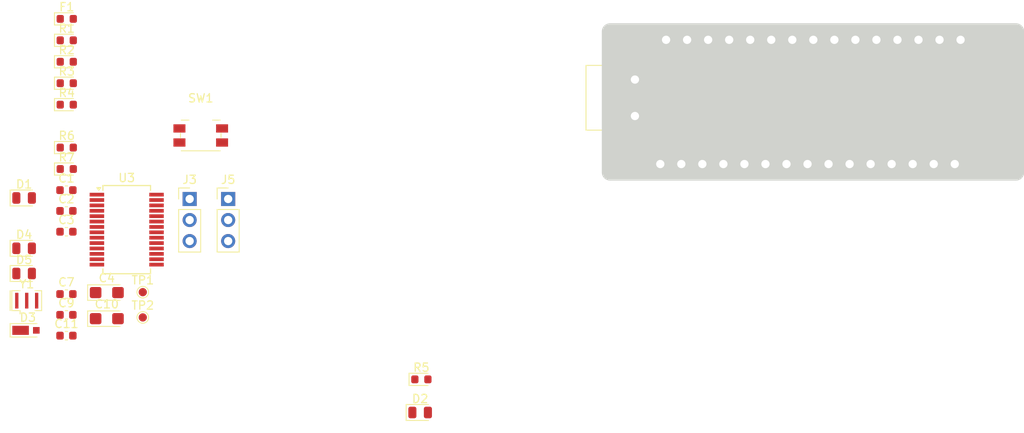
<source format=kicad_pcb>
(kicad_pcb (version 20240108) (generator "pcbnew") (generator_version "8.0")
  (layers (0 "F.Cu" signal) (1 "In1.Cu" signal) (2 "In2.Cu" signal) (31 "B.Cu" signal) (34 "B.Paste" user) (35 "F.Paste" user) (36 "B.SilkS" user "B.Silkscreen") (37 "F.SilkS" user "F.Silkscreen") (38 "B.Mask" user) (39 "F.Mask" user) (44 "Edge.Cuts" user))
  (net 0 "")
  (net 1 "+5V")
  (net 2 "GND")
  (net 3 "/AREF")
  (net 4 "VCC")
  (net 5 "+3V3")
  (net 6 "Net-(U3-RTS)")
  (net 7 "/RESET")
  (net 8 "VBUS")
  (net 9 "Net-(D1-A)")
  (net 10 "Net-(D2-A)")
  (net 11 "Net-(D4-K)")
  (net 12 "Net-(D5-K)")
  (net 13 "Net-(J1-VBUS)")
  (net 15 "/D_N")
  (net 16 "/D_P")
  (net 17 "/D13{slash}SCK")
  (net 18 "/A3")
  (net 19 "/A5")
  (net 20 "/A0")
  (net 21 "/A7")
  (net 22 "/A1")
  (net 23 "/A2")
  (net 24 "/A4")
  (net 25 "/A6")
  (net 26 "/D11{slash}MOSI")
  (net 27 "/D4")
  (net 28 "/D3")
  (net 29 "/D9")
  (net 30 "/D5")
  (net 31 "/D7")
  (net 32 "/D10")
  (net 33 "/D12{slash}MIS0")
  (net 34 "/D0{slash}RX")
  (net 35 "/D8")
  (net 36 "/D1{slash}TX")
  (net 37 "/D2")
  (net 38 "/D6")
  (net 39 "/RX")
  (net 40 "/TX")
  (net 41 "Net-(U3-CBUS0)")
  (net 42 "Net-(U3-CBUS1)")
  (net 44 "Net-(U1-GND-Pad21)")
  (net 45 "/XTAL1")
  (net 46 "/XTAL2")
  (footprint "Capacitor_SMD:C_0603_1608Metric" (layer "F.Cu") (at 85.3525 80.15)
    (property "Reference" "C1" (at 0 -1.43 0) (layer "F.SilkS"))
    (property "Value" "1u")
    (fp_line (start -0.14058 -0.51) (end 0.14058 -0.51) (stroke (width 0.12)) (layer "F.SilkS"))
    (fp_line (start -0.14058 0.51) (end 0.14058 0.51) (stroke (width 0.12)) (layer "F.SilkS"))
    (pad "1" smd roundrect (at -0.775 0) (size 0.9 0.95) (layers "F.Cu" "F.Paste" "F.Mask") (net 1 "+5V"))
    (pad "2" smd roundrect (at 0.775 0) (size 0.9 0.95) (layers "F.Cu" "F.Paste" "F.Mask") (net 2 "GND"))
  )
  (footprint "Diode_SMD:D_0603_1608Metric" (layer "F.Cu") (at 85.3925 59.47)
    (property "Reference" "F1" (at 0 -1.43 0) (layer "F.SilkS"))
    (property "Value" "0603")
    (fp_line (start -1.485 -0.735) (end -1.485 0.735) (stroke (width 0.12)) (layer "F.SilkS"))
    (fp_line (start -1.485 0.735) (end 0.8 0.735) (stroke (width 0.12)) (layer "F.SilkS"))
    (fp_line (start 0.8 -0.735) (end -1.485 -0.735) (stroke (width 0.12)) (layer "F.SilkS"))
    (pad "1" smd roundrect (at -0.7875 0) (size 0.875 0.95) (layers "F.Cu" "F.Paste" "F.Mask") (net 8 "VBUS"))
    (pad "2" smd roundrect (at 0.7875 0) (size 0.875 0.95) (layers "F.Cu" "F.Paste" "F.Mask") (net 13 "Net-(J1-VBUS)"))
  )
  (footprint "Connector_PinHeader_2.54mm:PinHeader_1x03_P2.54mm_Vertical" (layer "F.Cu") (at 104.8825 81.22)
    (property "Reference" "J5" (at 0 -2.33 0) (layer "F.SilkS"))
    (property "Value" "~")
    (fp_line (start -1.33 -1.33) (end 0 -1.33) (stroke (width 0.12)) (layer "F.SilkS"))
    (fp_line (start -1.33 0) (end -1.33 -1.33) (stroke (width 0.12)) (layer "F.SilkS"))
    (fp_line (start -1.33 1.27) (end -1.33 6.41) (stroke (width 0.12)) (layer "F.SilkS"))
    (fp_line (start -1.33 1.27) (end 1.33 1.27) (stroke (width 0.12)) (layer "F.SilkS"))
    (fp_line (start -1.33 6.41) (end 1.33 6.41) (stroke (width 0.12)) (layer "F.SilkS"))
    (fp_line (start 1.33 1.27) (end 1.33 6.41) (stroke (width 0.12)) (layer "F.SilkS"))
    (pad "1" thru_hole rect (at 0 0) (size 1.7 1.7) (drill 1) (layers "*.Cu" "*.Mask") (net 33 "/D12{slash}MIS0"))
    (pad "2" thru_hole oval (at 0 2.54) (size 1.7 1.7) (drill 1) (layers "*.Cu" "*.Mask") (net 17 "/D13{slash}SCK"))
    (pad "3" thru_hole oval (at 0 5.08) (size 1.7 1.7) (drill 1) (layers "*.Cu" "*.Mask") (net 7 "/RESET"))
  )
  (footprint "Connector_PinHeader_2.54mm:PinHeader_1x03_P2.54mm_Vertical" (layer "F.Cu") (at 100.2325 81.22)
    (property "Reference" "J3" (at 0 -2.33 0) (layer "F.SilkS"))
    (property "Value" "ICSP")
    (fp_line (start -1.33 -1.33) (end 0 -1.33) (stroke (width 0.12)) (layer "F.SilkS"))
    (fp_line (start -1.33 0) (end -1.33 -1.33) (stroke (width 0.12)) (layer "F.SilkS"))
    (fp_line (start -1.33 1.27) (end -1.33 6.41) (stroke (width 0.12)) (layer "F.SilkS"))
    (fp_line (start -1.33 1.27) (end 1.33 1.27) (stroke (width 0.12)) (layer "F.SilkS"))
    (fp_line (start -1.33 6.41) (end 1.33 6.41) (stroke (width 0.12)) (layer "F.SilkS"))
    (fp_line (start 1.33 1.27) (end 1.33 6.41) (stroke (width 0.12)) (layer "F.SilkS"))
    (pad "1" thru_hole rect (at 0 0) (size 1.7 1.7) (drill 1) (layers "*.Cu" "*.Mask") (net 1 "+5V"))
    (pad "2" thru_hole oval (at 0 2.54) (size 1.7 1.7) (drill 1) (layers "*.Cu" "*.Mask") (net 26 "/D11{slash}MOSI"))
    (pad "3" thru_hole oval (at 0 5.08) (size 1.7 1.7) (drill 1) (layers "*.Cu" "*.Mask") (net 2 "GND"))
  )
  (footprint "Button_Switch_SMD:Panasonic_EVQPUK_EVQPUB" (layer "F.Cu") (at 101.5725 73.55)
    (property "Reference" "SW1" (at 0 -4.5 0) (layer "F.SilkS"))
    (property "Value" "~")
    (fp_line (start -2.45 0.275) (end -2.45 -0.275) (stroke (width 0.12)) (layer "F.SilkS"))
    (fp_line (start -1.425 -1.85) (end -2.35 -1.85) (stroke (width 0.12)) (layer "F.SilkS"))
    (fp_line (start 2.35 -1.85) (end 1.425 -1.85) (stroke (width 0.12)) (layer "F.SilkS"))
    (fp_line (start 2.35 1.85) (end -2.35 1.85) (stroke (width 0.12)) (layer "F.SilkS"))
    (fp_line (start 2.45 0.275) (end 2.45 -0.275) (stroke (width 0.12)) (layer "F.SilkS"))
    (pad "1" smd rect (at -2.575 -0.85 180) (size 1.45 1) (layers "F.Cu" "F.Paste" "F.Mask") (net 7 "/RESET"))
    (pad "1" smd rect (at 2.575 -0.85 180) (size 1.45 1) (layers "F.Cu" "F.Paste" "F.Mask") (net 7 "/RESET"))
    (pad "2" smd rect (at -2.575 0.85 180) (size 1.45 1) (layers "F.Cu" "F.Paste" "F.Mask") (net 2 "GND"))
    (pad "2" smd rect (at 2.575 0.85 180) (size 1.45 1) (layers "F.Cu" "F.Paste" "F.Mask") (net 2 "GND"))
  )
  (footprint "TestPoint:TestPoint_Pad_D1.0mm" (layer "F.Cu") (at 94.5725 95.52)
    (property "Reference" "TP2" (at 0 -1.448 0) (layer "F.SilkS"))
    (property "Value" "~")
    (fp_circle (center 0 0) (end 0 0.7) (stroke (width 0.12)) (fill none) (layer "F.SilkS"))
    (pad "1" smd circle (at 0 0) (size 1 1) (layers "F.Cu" "F.Mask"))
  )
  (footprint "Capacitor_SMD:C_0603_1608Metric" (layer "F.Cu") (at 85.3525 95.21)
    (property "Reference" "C9" (at 0 -1.43 0) (layer "F.SilkS"))
    (property "Value" "100n")
    (fp_line (start -0.14058 -0.51) (end 0.14058 -0.51) (stroke (width 0.12)) (layer "F.SilkS"))
    (fp_line (start -0.14058 0.51) (end 0.14058 0.51) (stroke (width 0.12)) (layer "F.SilkS"))
    (pad "1" smd roundrect (at -0.775 0) (size 0.9 0.95) (layers "F.Cu" "F.Paste" "F.Mask") (net 7 "/RESET"))
    (pad "2" smd roundrect (at 0.775 0) (size 0.9 0.95) (layers "F.Cu" "F.Paste" "F.Mask") (net 6 "Net-(U3-RTS)"))
  )
  (footprint "Connector_PinHeader_2.54mm:PinHeader_1x15_P2.54mm_Vertical" (layer "F.Cu") (at 192.62 77 -90)
    (property "Reference" "J2" (at 0 -2.33 90) (layer "F.SilkS"))
    (property "Value" "~")
    (fp_line (start -1.33 36.89) (end 1.33 36.89) (stroke (width 0.12)) (layer "F.SilkS"))
    (fp_line (start -1.33 1.27) (end -1.33 36.89) (stroke (width 0.12)) (layer "F.SilkS"))
    (fp_line (start -1.33 1.27) (end 1.33 1.27) (stroke (width 0.12)) (layer "F.SilkS"))
    (fp_line (start 1.33 1.27) (end 1.33 36.89) (stroke (width 0.12)) (layer "F.SilkS"))
    (fp_line (start -1.33 0) (end -1.33 -1.33) (stroke (width 0.12)) (layer "F.SilkS"))
    (fp_line (start -1.33 -1.33) (end 0 -1.33) (stroke (width 0.12)) (layer "F.SilkS"))
    (pad "1" thru_hole rect (at 0 0 270) (size 1.7 1.7) (drill 1) (layers "*.Cu" "*.Mask") (net 4 "VCC"))
    (pad "2" thru_hole oval (at 0 2.54 270) (size 1.7 1.7) (drill 1) (layers "*.Cu" "*.Mask") (net 2 "GND"))
    (pad "3" thru_hole oval (at 0 5.08 270) (size 1.7 1.7) (drill 1) (layers "*.Cu" "*.Mask") (net 7 "/RESET"))
    (pad "4" thru_hole oval (at 0 7.62 270) (size 1.7 1.7) (drill 1) (layers "*.Cu" "*.Mask") (net 1 "+5V"))
    (pad "5" thru_hole oval (at 0 10.16 270) (size 1.7 1.7) (drill 1) (layers "*.Cu" "*.Mask") (net 21 "/A7"))
    (pad "6" thru_hole oval (at 0 12.7 270) (size 1.7 1.7) (drill 1) (layers "*.Cu" "*.Mask") (net 25 "/A6"))
    (pad "7" thru_hole oval (at 0 15.24 270) (size 1.7 1.7) (drill 1) (layers "*.Cu" "*.Mask") (net 19 "/A5"))
    (pad "8" thru_hole oval (at 0 17.78 270) (size 1.7 1.7) (drill 1) (layers "*.Cu" "*.Mask") (net 24 "/A4"))
    (pad "9" thru_hole oval (at 0 20.32 270) (size 1.7 1.7) (drill 1) (layers "*.Cu" "*.Mask") (net 18 "/A3"))
    (pad "10" thru_hole oval (at 0 22.86 270) (size 1.7 1.7) (drill 1) (layers "*.Cu" "*.Mask") (net 23 "/A2"))
    (pad "11" thru_hole oval (at 0 25.4 270) (size 1.7 1.7) (drill 1) (layers "*.Cu" "*.Mask") (net 22 "/A1"))
    (pad "12" thru_hole oval (at 0 27.94 270) (size 1.7 1.7) (drill 1) (layers "*.Cu" "*.Mask") (net 20 "/A0"))
    (pad "13" thru_hole oval (at 0 30.48 270) (size 1.7 1.7) (drill 1) (layers "*.Cu" "*.Mask") (net 3 "/AREF"))
    (pad "14" thru_hole oval (at 0 33.02 270) (size 1.7 1.7) (drill 1) (layers "*.Cu" "*.Mask") (net 5 "+3V3"))
    (pad "15" thru_hole oval (at 0 35.56 270) (size 1.7 1.7) (drill 1) (layers "*.Cu" "*.Mask") (net 17 "/D13{slash}SCK"))
  )
  (footprint "Package_DFN_QFN:HVQFN-24-1EP_4x4mm_P0.5mm_EP2.1x2.1mm" (layer "F.Cu") (at 165 68.97 90)
    (property "Reference" "U1" (at 0 -3.33 90) (layer "F.SilkS"))
    (property "Value" "ATmega328-M")
    (fp_line (start 2.11 -2.11) (end 2.11 -1.635) (stroke (width 0.12)) (layer "F.SilkS"))
    (fp_line (start 1.635 -2.11) (end 2.11 -2.11) (stroke (width 0.12)) (layer "F.SilkS"))
    (fp_line (start -1.635 -2.11) (end -1.81 -2.11) (stroke (width 0.12)) (layer "F.SilkS"))
    (fp_line (start -2.11 -1.635) (end -2.11 -1.87) (stroke (width 0.12)) (layer "F.SilkS"))
    (fp_line (start 2.11 2.11) (end 2.11 1.635) (stroke (width 0.12)) (layer "F.SilkS"))
    (fp_line (start 1.635 2.11) (end 2.11 2.11) (stroke (width 0.12)) (layer "F.SilkS"))
    (fp_line (start -1.635 2.11) (end -2.11 2.11) (stroke (width 0.12)) (layer "F.SilkS"))
    (fp_line (start -2.11 2.11) (end -2.11 1.635) (stroke (width 0.12)) (layer "F.SilkS"))
    (fp_poly (pts (xy -2.11 -2.11) (xy -2.35 -2.44) (xy -1.87 -2.44) (xy -2.11 -2.11)) (stroke (width 0.12)) (fill solid) (layer "F.SilkS"))
    (pad "1" smd roundrect (at -1.9375 -1.25 90) (size 0.875 0.25) (layers "F.Cu" "F.Paste" "F.Mask") (net 28 "/D3"))
    (pad "2" smd roundrect (at -1.9375 -0.75 90) (size 0.875 0.25) (layers "F.Cu" "F.Paste" "F.Mask") (net 27 "/D4"))
    (pad "3" smd roundrect (at -1.9375 -0.25 90) (size 0.875 0.25) (layers "F.Cu" "F.Paste" "F.Mask") (net 44 "Net-(U1-GND-Pad21)"))
    (pad "4" smd roundrect (at -1.9375 0.25 90) (size 0.875 0.25) (layers "F.Cu" "F.Paste" "F.Mask") (net 1 "+5V"))
    (pad "5" smd roundrect (at -1.9375 0.75 90) (size 0.875 0.25) (layers "F.Cu" "F.Paste" "F.Mask") (net 44 "Net-(U1-GND-Pad21)"))
    (pad "6" smd roundrect (at -1.9375 1.25 90) (size 0.875 0.25) (layers "F.Cu" "F.Paste" "F.Mask") (net 1 "+5V"))
    (pad "7" smd roundrect (at -1.25 1.9375 90) (size 0.25 0.875) (layers "F.Cu" "F.Paste" "F.Mask") (net 45 "/XTAL1"))
    (pad "8" smd roundrect (at -0.75 1.9375 90) (size 0.25 0.875) (layers "F.Cu" "F.Paste" "F.Mask") (net 46 "/XTAL2"))
    (pad "9" smd roundrect (at -0.25 1.9375 90) (size 0.25 0.875) (layers "F.Cu" "F.Paste" "F.Mask") (net 30 "/D5"))
    (pad "10" smd roundrect (at 0.25 1.9375 90) (size 0.25 0.875) (layers "F.Cu" "F.Paste" "F.Mask") (net 38 "/D6"))
    (pad "11" smd roundrect (at 0.75 1.9375 90) (size 0.25 0.875) (layers "F.Cu" "F.Paste" "F.Mask") (net 31 "/D7"))
    (pad "12" smd roundrect (at 1.25 1.9375 90) (size 0.25 0.875) (layers "F.Cu" "F.Paste" "F.Mask") (net 35 "/D8"))
    (pad "13" smd roundrect (at 1.9375 1.25 90) (size 0.875 0.25) (layers "F.Cu" "F.Paste" "F.Mask") (net 29 "/D9"))
    (pad "14" smd roundrect (at 1.9375 0.75 90) (size 0.875 0.25) (layers "F.Cu" "F.Paste" "F.Mask") (net 32 "/D10"))
    (pad "15" smd roundrect (at 1.9375 0.25 90) (size 0.875 0.25) (layers "F.Cu" "F.Paste" "F.Mask") (net 26 "/D11{slash}MOSI"))
    (pad "16" smd roundrect (at 1.9375 -0.25 90) (size 0.875 0.25) (layers "F.Cu" "F.Paste" "F.Mask") (net 33 "/D12{slash}MIS0"))
    (pad "17" smd roundrect (at 1.9375 -0.75 90) (size 0.875 0.25) (layers "F.Cu" "F.Paste" "F.Mask") (net 17 "/D13{slash}SCK"))
    (pad "18" smd roundrect (at 1.9375 -1.25 90) (size 0.875 0.25) (layers "F.Cu" "F.Paste" "F.Mask") (net 1 "+5V"))
    (pad "19" smd roundrect (at 1.25 -1.9375 90) (size 0.25 0.875) (layers "F.Cu" "F.Paste" "F.Mask") (net 25 "/A6"))
    (pad "20" smd roundrect (at 0.75 -1.9375 90) (size 0.25 0.875) (layers "F.Cu" "F.Paste" "F.Mask") (net 3 "/AREF"))
    (pad "21" smd roundrect (at 0.25 -1.9375 90) (size 0.25 0.875) (layers "F.Cu" "F.Paste" "F.Mask") (net 44 "Net-(U1-GND-Pad21)"))
    (pad "22" smd roundrect (at -0.25 -1.9375 90) (size 0.25 0.875) (layers "F.Cu" "F.Paste" "F.Mask") (net 21 "/A7"))
    (pad "23" smd roundrect (at -0.75 -1.9375 90) (size 0.25 0.875) (layers "F.Cu" "F.Paste" "F.Mask") (net 20 "/A0"))
    (pad "24" smd roundrect (at -1.25 -1.9375 90) (size 0.25 0.875) (layers "F.Cu" "F.Paste" "F.Mask") (net 22 "/A1"))
    (pad "25" smd rect (at 0 0 90) (size 2.1 2.1) (property pad_prop_heatsink) (layers "F.Cu" "F.Mask") (net 23 "/A2"))
  )
  (footprint "Diode_SMD:D_MicroSMP_AK" (layer "F.Cu") (at 80.6975 97.08)
    (property "Reference" "D3" (at 0 -1.55 0) (layer "F.SilkS"))
    (property "Value" "DIODE")
    (fp_line (start -2.14 -0.81) (end -2.14 0.81) (stroke (width 0.12)) (layer "F.SilkS"))
    (fp_line (start -2.14 -0.81) (end 1.1 -0.81) (stroke (width 0.12)) (layer "F.SilkS"))
    (fp_line (start -2.14 0.81) (end 1.1 0.81) (stroke (width 0.12)) (layer "F.SilkS"))
    (pad "1" smd rect (at -0.88 0) (size 2 1.1) (layers "F.Cu" "F.Paste" "F.Mask") (net 4 "VCC"))
    (pad "2" smd rect (at 1.02 0) (size 0.8 0.8) (layers "F.Cu" "F.Paste" "F.Mask") (net 8 "VBUS"))
  )
  (footprint "Diode_SMD:D_0603_1608Metric" (layer "F.Cu") (at 85.3925 69.83)
    (property "Reference" "R4" (at 0 -1.43 0) (layer "F.SilkS"))
    (property "Value" "1K")
    (fp_line (start -1.485 -0.735) (end -1.485 0.735) (stroke (width 0.12)) (layer "F.SilkS"))
    (fp_line (start -1.485 0.735) (end 0.8 0.735) (stroke (width 0.12)) (layer "F.SilkS"))
    (fp_line (start 0.8 -0.735) (end -1.485 -0.735) (stroke (width 0.12)) (layer "F.SilkS"))
    (pad "1" smd roundrect (at -0.7875 0) (size 0.875 0.95) (layers "F.Cu" "F.Paste" "F.Mask") (net 17 "/D13{slash}SCK"))
    (pad "2" smd roundrect (at 0.7875 0) (size 0.875 0.95) (layers "F.Cu" "F.Paste" "F.Mask") (net 9 "Net-(D1-A)"))
  )
  (footprint "LED_SMD:LED_0805_2012Metric" (layer "F.Cu") (at 80.2425 81.095)
    (property "Reference" "D1" (at 0 -1.65 0) (layer "F.SilkS"))
    (property "Value" "YELLOW")
    (fp_line (start -1.685 -0.96) (end -1.685 0.96) (stroke (width 0.12)) (layer "F.SilkS"))
    (fp_line (start -1.685 0.96) (end 1 0.96) (stroke (width 0.12)) (layer "F.SilkS"))
    (fp_line (start 1 -0.96) (end -1.685 -0.96) (stroke (width 0.12)) (layer "F.SilkS"))
    (pad "1" smd roundrect (at -0.9375 0) (size 0.975 1.4) (layers "F.Cu" "F.Paste" "F.Mask") (net 2 "GND"))
    (pad "2" smd roundrect (at 0.9375 0) (size 0.975 1.4) (layers "F.Cu" "F.Paste" "F.Mask") (net 9 "Net-(D1-A)"))
  )
  (footprint "Capacitor_SMD:C_0603_1608Metric" (layer "F.Cu") (at 85.3525 85.17)
    (property "Reference" "C3" (at 0 -1.43 0) (layer "F.SilkS"))
    (property "Value" "100n")
    (fp_line (start -0.14058 -0.51) (end 0.14058 -0.51) (stroke (width 0.12)) (layer "F.SilkS"))
    (fp_line (start -0.14058 0.51) (end 0.14058 0.51) (stroke (width 0.12)) (layer "F.SilkS"))
    (pad "1" smd roundrect (at -0.775 0) (size 0.9 0.95) (layers "F.Cu" "F.Paste" "F.Mask") (net 3 "/AREF"))
    (pad "2" smd roundrect (at 0.775 0) (size 0.9 0.95) (layers "F.Cu" "F.Paste" "F.Mask") (net 2 "GND"))
  )
  (footprint "LED_SMD:LED_0805_2012Metric" (layer "F.Cu") (at 80.2425 90.215)
    (property "Reference" "D5" (at 0 -1.65 0) (layer "F.SilkS"))
    (property "Value" "GREEN")
    (fp_line (start -1.685 -0.96) (end -1.685 0.96) (stroke (width 0.12)) (layer "F.SilkS"))
    (fp_line (start -1.685 0.96) (end 1 0.96) (stroke (width 0.12)) (layer "F.SilkS"))
    (fp_line (start 1 -0.96) (end -1.685 -0.96) (stroke (width 0.12)) (layer "F.SilkS"))
    (pad "1" smd roundrect (at -0.9375 0) (size 0.975 1.4) (layers "F.Cu" "F.Paste" "F.Mask") (net 12 "Net-(D5-K)"))
    (pad "2" smd roundrect (at 0.9375 0) (size 0.975 1.4) (layers "F.Cu" "F.Paste" "F.Mask") (net 1 "+5V"))
  )
  (footprint "TestPoint:TestPoint_Pad_D1.0mm" (layer "F.Cu") (at 94.5725 92.47)
    (property "Reference" "TP1" (at 0 -1.448 0) (layer "F.SilkS"))
    (property "Value" "~")
    (fp_circle (center 0 0) (end 0 0.7) (stroke (width 0.12)) (fill none) (layer "F.SilkS"))
    (pad "1" smd circle (at 0 0) (size 1 1) (layers "F.Cu" "F.Mask") (net 16 "/D_P"))
  )
  (footprint "Connector_USB:USB_Mini-B_Lumberg_2486_01_Horizontal" (layer "F.Cu") (at 154 69 -90)
    (property "Reference" "J1" (at 0 -5 -90) (layer "F.SilkS"))
    (property "Value" "USB_B_Mini")
    (fp_line (start -3.91 5.91) (end -3.91 3.96) (stroke (width 0.12)) (layer "F.SilkS"))
    (fp_line (start 3.91 5.91) (end -3.91 5.91) (stroke (width 0.12)) (layer "F.SilkS"))
    (fp_line (start 3.91 5.91) (end 3.91 3.96) (stroke (width 0.12)) (layer "F.SilkS"))
    (fp_line (start -3.91 1.74) (end -3.91 -1.49) (stroke (width 0.12)) (layer "F.SilkS"))
    (fp_line (start 3.91 1.74) (end 3.91 -1.49) (stroke (width 0.12)) (layer "F.SilkS"))
    (fp_line (start -3.19 -3.41) (end -2.11 -3.41) (stroke (width 0.12)) (layer "F.SilkS"))
    (fp_line (start -2.11 -3.41) (end -2.11 -3.84) (stroke (width 0.12)) (layer "F.SilkS"))
    (fp_line (start 2.11 -3.41) (end 3.19 -3.41) (stroke (width 0.12)) (layer "F.SilkS"))
    (pad "" np_thru_hole circle (at -2.2 0 270) (size 1 1) (drill 1) (layers "*.Cu" "*.Mask"))
    (pad "" np_thru_hole circle (at 2.2 0 270) (size 1 1) (drill 1) (layers "*.Cu" "*.Mask"))
    (pad "1" smd rect (at -1.6 -2.7 270) (size 0.5 2) (layers "F.Cu" "F.Paste" "F.Mask") (net 13 "Net-(J1-VBUS)"))
    (pad "2" smd rect (at -0.8 -2.7 270) (size 0.5 2) (layers "F.Cu" "F.Paste" "F.Mask") (net 15 "/D_N"))
    (pad "3" smd rect (at 0 -2.7 270) (size 0.5 2) (layers "F.Cu" "F.Paste" "F.Mask") (net 16 "/D_P"))
    (pad "4" smd rect (at 0.8 -2.7 270) (size 0.5 2) (layers "F.Cu" "F.Paste" "F.Mask"))
    (pad "5" smd rect (at 1.6 -2.7 270) (size 0.5 2) (layers "F.Cu" "F.Paste" "F.Mask") (net 2 "GND"))
    (pad "6" smd rect (at -4.45 -2.6 270) (size 2 1.7) (layers "F.Cu" "F.Paste" "F.Mask") (net 2 "GND"))
    (pad "6" smd rect (at -4.45 2.85 270) (size 2 1.7) (layers "F.Cu" "F.Paste" "F.Mask") (net 2 "GND"))
    (pad "6" smd rect (at 4.45 -2.6 270) (size 2 1.7) (layers "F.Cu" "F.Paste" "F.Mask") (net 2 "GND"))
    (pad "6" smd rect (at 4.45 2.85 270) (size 2 1.7) (layers "F.Cu" "F.Paste" "F.Mask") (net 2 "GND"))
  )
  (footprint "Capacitor_SMD:C_0603_1608Metric" (layer "F.Cu") (at 85.3525 82.66)
    (property "Reference" "C2" (at 0 -1.43 0) (layer "F.SilkS"))
    (property "Value" "1u")
    (fp_line (start -0.14058 -0.51) (end 0.14058 -0.51) (stroke (width 0.12)) (layer "F.SilkS"))
    (fp_line (start -0.14058 0.51) (end 0.14058 0.51) (stroke (width 0.12)) (layer "F.SilkS"))
    (pad "1" smd roundrect (at -0.775 0) (size 0.9 0.95) (layers "F.Cu" "F.Paste" "F.Mask") (net 1 "+5V"))
    (pad "2" smd roundrect (at 0.775 0) (size 0.9 0.95) (layers "F.Cu" "F.Paste" "F.Mask") (net 2 "GND"))
  )
  (footprint "Diode_SMD:D_0603_1608Metric" (layer "F.Cu") (at 85.3925 67.24)
    (property "Reference" "R3" (at 0 -1.43 0) (layer "F.SilkS"))
    (property "Value" "1K")
    (fp_line (start -1.485 -0.735) (end -1.485 0.735) (stroke (width 0.12)) (layer "F.SilkS"))
    (fp_line (start -1.485 0.735) (end 0.8 0.735) (stroke (width 0.12)) (layer "F.SilkS"))
    (fp_line (start 0.8 -0.735) (end -1.485 -0.735) (stroke (width 0.12)) (layer "F.SilkS"))
    (pad "1" smd roundrect (at -0.7875 0) (size 0.875 0.95) (layers "F.Cu" "F.Paste" "F.Mask") (net 36 "/D1{slash}TX"))
    (pad "2" smd roundrect (at 0.7875 0) (size 0.875 0.95) (layers "F.Cu" "F.Paste" "F.Mask") (net 40 "/TX"))
  )
  (footprint "Connector_PinHeader_2.54mm:PinHeader_1x15_P2.54mm_Vertical" (layer "F.Cu") (at 193.32 62 -90)
    (property "Reference" "J4" (at 0 -2.33 90) (layer "F.SilkS"))
    (property "Value" "~")
    (fp_line (start -1.33 36.89) (end 1.33 36.89) (stroke (width 0.12)) (layer "F.SilkS"))
    (fp_line (start -1.33 1.27) (end -1.33 36.89) (stroke (width 0.12)) (layer "F.SilkS"))
    (fp_line (start -1.33 1.27) (end 1.33 1.27) (stroke (width 0.12)) (layer "F.SilkS"))
    (fp_line (start 1.33 1.27) (end 1.33 36.89) (stroke (width 0.12)) (layer "F.SilkS"))
    (fp_line (start -1.33 0) (end -1.33 -1.33) (stroke (width 0.12)) (layer "F.SilkS"))
    (fp_line (start -1.33 -1.33) (end 0 -1.33) (stroke (width 0.12)) (layer "F.SilkS"))
    (pad "1" thru_hole rect (at 0 0 270) (size 1.7 1.7) (drill 1) (layers "*.Cu" "*.Mask") (net 36 "/D1{slash}TX"))
    (pad "2" thru_hole oval (at 0 2.54 270) (size 1.7 1.7) (drill 1) (layers "*.Cu" "*.Mask") (net 34 "/D0{slash}RX"))
    (pad "3" thru_hole oval (at 0 5.08 270) (size 1.7 1.7) (drill 1) (layers "*.Cu" "*.Mask") (net 7 "/RESET"))
    (pad "4" thru_hole oval (at 0 7.62 270) (size 1.7 1.7) (drill 1) (layers "*.Cu" "*.Mask") (net 2 "GND"))
    (pad "5" thru_hole oval (at 0 10.16 270) (size 1.7 1.7) (drill 1) (layers "*.Cu" "*.Mask") (net 37 "/D2"))
    (pad "6" thru_hole oval (at 0 12.7 270) (size 1.7 1.7) (drill 1) (layers "*.Cu" "*.Mask") (net 28 "/D3"))
    (pad "7" thru_hole oval (at 0 15.24 270) (size 1.7 1.7) (drill 1) (layers "*.Cu" "*.Mask") (net 27 "/D4"))
    (pad "8" thru_hole oval (at 0 17.78 270) (size 1.7 1.7) (drill 1) (layers "*.Cu" "*.Mask") (net 30 "/D5"))
    (pad "9" thru_hole oval (at 0 20.32 270) (size 1.7 1.7) (drill 1) (layers "*.Cu" "*.Mask") (net 38 "/D6"))
    (pad "10" thru_hole oval (at 0 22.86 270) (size 1.7 1.7) (drill 1) (layers "*.Cu" "*.Mask") (net 31 "/D7"))
    (pad "11" thru_hole oval (at 0 25.4 270) (size 1.7 1.7) (drill 1) (layers "*.Cu" "*.Mask") (net 35 "/D8"))
    (pad "12" thru_hole oval (at 0 27.94 270) (size 1.7 1.7) (drill 1) (layers "*.Cu" "*.Mask") (net 29 "/D9"))
    (pad "13" thru_hole oval (at 0 30.48 270) (size 1.7 1.7) (drill 1) (layers "*.Cu" "*.Mask") (net 32 "/D10"))
    (pad "14" thru_hole oval (at 0 33.02 270) (size 1.7 1.7) (drill 1) (layers "*.Cu" "*.Mask") (net 26 "/D11{slash}MOSI"))
    (pad "15" thru_hole oval (at 0 35.56 270) (size 1.7 1.7) (drill 1) (layers "*.Cu" "*.Mask") (net 33 "/D12{slash}MIS0"))
  )
  (footprint "Capacitor_SMD:C_0603_1608Metric" (layer "F.Cu") (at 85.3525 92.7)
    (property "Reference" "C7" (at 0 -1.43 0) (layer "F.SilkS"))
    (property "Value" "100n")
    (fp_line (start -0.14058 -0.51) (end 0.14058 -0.51) (stroke (width 0.12)) (layer "F.SilkS"))
    (fp_line (start -0.14058 0.51) (end 0.14058 0.51) (stroke (width 0.12)) (layer "F.SilkS"))
    (pad "1" smd roundrect (at -0.775 0) (size 0.9 0.95) (layers "F.Cu" "F.Paste" "F.Mask") (net 5 "+3V3"))
    (pad "2" smd roundrect (at 0.775 0) (size 0.9 0.95) (layers "F.Cu" "F.Paste" "F.Mask") (net 2 "GND"))
  )
  (footprint "Package_SO:SSOP-28_5.3x10.2mm_P0.65mm" (layer "F.Cu") (at 92.6325 84.92)
    (property "Reference" "U3" (at 0 -6.25 0) (layer "F.SilkS"))
    (property "Value" "FT232RL")
    (fp_line (start -2.875 -5.325) (end -2.875 -4.75) (stroke (width 0.15)) (layer "F.SilkS"))
    (fp_line (start -2.875 -5.325) (end 2.875 -5.325) (stroke (width 0.15)) (layer "F.SilkS"))
    (fp_line (start -2.875 4.75) (end -2.875 5.325) (stroke (width 0.15)) (layer "F.SilkS"))
    (fp_line (start -2.875 5.325) (end 2.875 5.325) (stroke (width 0.15)) (layer "F.SilkS"))
    (fp_line (start 2.875 -5.325) (end 2.875 -4.75) (stroke (width 0.15)) (layer "F.SilkS"))
    (fp_line (start 2.875 4.75) (end 2.875 5.325) (stroke (width 0.15)) (layer "F.SilkS"))
    (fp_poly (pts (xy -3.375 -4.75) (xy -3.615 -5.08) (xy -3.135 -5.08) (xy -3.375 -4.75)) (stroke (width 0.12)) (fill solid) (layer "F.SilkS"))
    (pad "1" smd rect (at -3.6 -4.225) (size 1.75 0.45) (layers "F.Cu" "F.Paste" "F.Mask") (net 39 "/RX"))
    (pad "2" smd rect (at -3.6 -3.575) (size 1.75 0.45) (layers "F.Cu" "F.Paste" "F.Mask"))
    (pad "3" smd rect (at -3.6 -2.925) (size 1.75 0.45) (layers "F.Cu" "F.Paste" "F.Mask") (net 6 "Net-(U3-RTS)"))
    (pad "4" smd rect (at -3.6 -2.275) (size 1.75 0.45) (layers "F.Cu" "F.Paste" "F.Mask") (net 1 "+5V"))
    (pad "5" smd rect (at -3.6 -1.625) (size 1.75 0.45) (layers "F.Cu" "F.Paste" "F.Mask") (net 40 "/TX"))
    (pad "6" smd rect (at -3.6 -0.975) (size 1.75 0.45) (layers "F.Cu" "F.Paste" "F.Mask"))
    (pad "7" smd rect (at -3.6 -0.325) (size 1.75 0.45) (layers "F.Cu" "F.Paste" "F.Mask") (net 2 "GND"))
    (pad "8" smd rect (at -3.6 0.325) (size 1.75 0.45) (layers "F.Cu" "F.Paste" "F.Mask"))
    (pad "9" smd rect (at -3.6 0.975) (size 1.75 0.45) (layers "F.Cu" "F.Paste" "F.Mask"))
    (pad "10" smd rect (at -3.6 1.625) (size 1.75 0.45) (layers "F.Cu" "F.Paste" "F.Mask"))
    (pad "11" smd rect (at -3.6 2.275) (size 1.75 0.45) (layers "F.Cu" "F.Paste" "F.Mask"))
    (pad "12" smd rect (at -3.6 2.925) (size 1.75 0.45) (layers "F.Cu" "F.Paste" "F.Mask"))
    (pad "13" smd rect (at -3.6 3.575) (size 1.75 0.45) (layers "F.Cu" "F.Paste" "F.Mask"))
    (pad "14" smd rect (at -3.6 4.225) (size 1.75 0.45) (layers "F.Cu" "F.Paste" "F.Mask"))
    (pad "15" smd rect (at 3.6 4.225) (size 1.75 0.45) (layers "F.Cu" "F.Paste" "F.Mask") (net 16 "/D_P"))
    (pad "16" smd rect (at 3.6 3.575) (size 1.75 0.45) (layers "F.Cu" "F.Paste" "F.Mask") (net 15 "/D_N"))
    (pad "17" smd rect (at 3.6 2.925) (size 1.75 0.45) (layers "F.Cu" "F.Paste" "F.Mask") (net 5 "+3V3"))
    (pad "18" smd rect (at 3.6 2.275) (size 1.75 0.45) (layers "F.Cu" "F.Paste" "F.Mask") (net 2 "GND"))
    (pad "19" smd rect (at 3.6 1.625) (size 1.75 0.45) (layers "F.Cu" "F.Paste" "F.Mask"))
    (pad "20" smd rect (at 3.6 0.975) (size 1.75 0.45) (layers "F.Cu" "F.Paste" "F.Mask") (net 1 "+5V"))
    (pad "21" smd rect (at 3.6 0.325) (size 1.75 0.45) (layers "F.Cu" "F.Paste" "F.Mask") (net 2 "GND"))
    (pad "22" smd rect (at 3.6 -0.325) (size 1.75 0.45) (layers "F.Cu" "F.Paste" "F.Mask") (net 42 "Net-(U3-CBUS1)"))
    (pad "23" smd rect (at 3.6 -0.975) (size 1.75 0.45) (layers "F.Cu" "F.Paste" "F.Mask") (net 41 "Net-(U3-CBUS0)"))
    (pad "24" smd rect (at 3.6 -1.625) (size 1.75 0.45) (layers "F.Cu" "F.Paste" "F.Mask"))
    (pad "25" smd rect (at 3.6 -2.275) (size 1.75 0.45) (layers "F.Cu" "F.Paste" "F.Mask") (net 2 "GND"))
    (pad "26" smd rect (at 3.6 -2.925) (size 1.75 0.45) (layers "F.Cu" "F.Paste" "F.Mask") (net 2 "GND"))
    (pad "27" smd rect (at 3.6 -3.575) (size 1.75 0.45) (layers "F.Cu" "F.Paste" "F.Mask"))
    (pad "28" smd rect (at 3.6 -4.225) (size 1.75 0.45) (layers "F.Cu" "F.Paste" "F.Mask"))
  )
  (footprint "Diode_SMD:D_0603_1608Metric" (layer "F.Cu") (at 85.3925 62.06)
    (property "Reference" "R1" (at 0 -1.43 0) (layer "F.SilkS"))
    (property "Value" "1K")
    (fp_line (start -1.485 -0.735) (end -1.485 0.735) (stroke (width 0.12)) (layer "F.SilkS"))
    (fp_line (start -1.485 0.735) (end 0.8 0.735) (stroke (width 0.12)) (layer "F.SilkS"))
    (fp_line (start 0.8 -0.735) (end -1.485 -0.735) (stroke (width 0.12)) (layer "F.SilkS"))
    (pad "1" smd roundrect (at -0.7875 0) (size 0.875 0.95) (layers "F.Cu" "F.Paste" "F.Mask") (net 1 "+5V"))
    (pad "2" smd roundrect (at 0.7875 0) (size 0.875 0.95) (layers "F.Cu" "F.Paste" "F.Mask") (net 7 "/RESET"))
  )
  (footprint "LED_SMD:LED_0805_2012Metric" (layer "F.Cu") (at 128.0625 107)
    (property "Reference" "D2" (at 0 -1.65 0) (layer "F.SilkS"))
    (property "Value" "GREEN")
    (fp_line (start -1.685 -0.96) (end -1.685 0.96) (stroke (width 0.12)) (layer "F.SilkS"))
    (fp_line (start -1.685 0.96) (end 1 0.96) (stroke (width 0.12)) (layer "F.SilkS"))
    (fp_line (start 1 -0.96) (end -1.685 -0.96) (stroke (width 0.12)) (layer "F.SilkS"))
    (pad "1" smd roundrect (at -0.9375 0) (size 0.975 1.4) (layers "F.Cu" "F.Paste" "F.Mask") (net 2 "GND"))
    (pad "2" smd roundrect (at 0.9375 0) (size 0.975 1.4) (layers "F.Cu" "F.Paste" "F.Mask") (net 10 "Net-(D2-A)"))
  )
  (footprint "Capacitor_Tantalum_SMD:CP_EIA-3216-10_Kemet-I" (layer "F.Cu") (at 90.2275 95.67)
    (property "Reference" "C10" (at 0 -1.75 0) (layer "F.SilkS"))
    (property "Value" "4u7_16V")
    (fp_line (start -2.31 -0.935) (end -2.31 0.935) (stroke (width 0.12)) (layer "F.SilkS"))
    (fp_line (start -2.31 0.935) (end 1.6 0.935) (stroke (width 0.12)) (layer "F.SilkS"))
    (fp_line (start 1.6 -0.935) (end -2.31 -0.935) (stroke (width 0.12)) (layer "F.SilkS"))
    (pad "1" smd roundrect (at -1.35 0) (size 1.4 1.35) (layers "F.Cu" "F.Paste" "F.Mask") (roundrect_rratio 0.185185) (net 8 "VBUS"))
    (pad "2" smd roundrect (at 1.35 0) (size 1.4 1.35) (layers "F.Cu" "F.Paste" "F.Mask") (roundrect_rratio 0.185185) (net 2 "GND"))
  )
  (footprint "Crystal:Resonator_SMD_Murata_CSTxExxV-3Pin_3.0x1.1mm" (layer "F.Cu") (at 80.5575 93.495)
    (property "Reference" "Y1" (at 0 -2 0) (layer "F.SilkS"))
    (property "Value" "16MHz")
    (fp_line (start -2 -1.2) (end -2 0.8) (stroke (width 0.12)) (layer "F.SilkS"))
    (fp_line (start -2 0.8) (end -2 1.2) (stroke (width 0.12)) (layer "F.SilkS"))
    (fp_line (start -1.8 -1.2) (end -0.8 -1.2) (stroke (width 0.12)) (layer "F.SilkS"))
    (fp_line (start -1.8 0.8) (end -1.8 -1.2) (stroke (width 0.12)) (layer "F.SilkS"))
    (fp_line (start -1.8 0.8) (end -1.8 1.2) (stroke (width 0.12)) (layer "F.SilkS"))
    (fp_line (start -0.8 1.2) (end -1.8 1.2) (stroke (width 0.12)) (layer "F.SilkS"))
    (fp_line (start -0.8 1.2) (end -0.8 1.6) (stroke (width 0.12)) (layer "F.SilkS"))
    (fp_line (start 1 -1.2) (end 1.8 -1.2) (stroke (width 0.12)) (layer "F.SilkS"))
    (fp_line (start 1.8 -1.2) (end 1.8 0.8) (stroke (width 0.12)) (layer "F.SilkS"))
    (fp_line (start 1.8 0.8) (end 1.8 1.2) (stroke (width 0.12)) (layer "F.SilkS"))
    (fp_line (start 1.8 1.2) (end 1 1.2) (stroke (width 0.12)) (layer "F.SilkS"))
    (pad "1" smd rect (at -1.2 0) (size 0.4 1.9) (layers "F.Cu" "F.Paste" "F.Mask") (net 46 "/XTAL2"))
    (pad "2" smd rect (at 0 0) (size 0.4 1.9) (layers "F.Cu" "F.Paste" "F.Mask") (net 2 "GND"))
    (pad "3" smd rect (at 1.2 0) (size 0.4 1.9) (layers "F.Cu" "F.Paste" "F.Mask") (net 45 "/XTAL1"))
  )
  (footprint "Diode_SMD:D_0603_1608Metric" (layer "F.Cu") (at 128.2125 103)
    (property "Reference" "R5" (at 0 -1.43 0) (layer "F.SilkS"))
    (property "Value" "1K")
    (fp_line (start -1.485 -0.735) (end -1.485 0.735) (stroke (width 0.12)) (layer "F.SilkS"))
    (fp_line (start -1.485 0.735) (end 0.8 0.735) (stroke (width 0.12)) (layer "F.SilkS"))
    (fp_line (start 0.8 -0.735) (end -1.485 -0.735) (stroke (width 0.12)) (layer "F.SilkS"))
    (pad "1" smd roundrect (at -0.7875 0) (size 0.875 0.95) (layers "F.Cu" "F.Paste" "F.Mask") (net 1 "+5V"))
    (pad "2" smd roundrect (at 0.7875 0) (size 0.875 0.95) (layers "F.Cu" "F.Paste" "F.Mask") (net 10 "Net-(D2-A)"))
  )
  (footprint "Diode_SMD:D_0603_1608Metric" (layer "F.Cu") (at 85.3925 64.65)
    (property "Reference" "R2" (at 0 -1.43 0) (layer "F.SilkS"))
    (property "Value" "1K")
    (fp_line (start -1.485 -0.735) (end -1.485 0.735) (stroke (width 0.12)) (layer "F.SilkS"))
    (fp_line (start -1.485 0.735) (end 0.8 0.735) (stroke (width 0.12)) (layer "F.SilkS"))
    (fp_line (start 0.8 -0.735) (end -1.485 -0.735) (stroke (width 0.12)) (layer "F.SilkS"))
    (pad "1" smd roundrect (at -0.7875 0) (size 0.875 0.95) (layers "F.Cu" "F.Paste" "F.Mask") (net 34 "/D0{slash}RX"))
    (pad "2" smd roundrect (at 0.7875 0) (size 0.875 0.95) (layers "F.Cu" "F.Paste" "F.Mask") (net 39 "/RX"))
  )
  (footprint "Capacitor_SMD:C_0603_1608Metric" (layer "F.Cu") (at 85.3525 97.72)
    (property "Reference" "C11" (at 0 -1.43 0) (layer "F.SilkS"))
    (property "Value" "100n")
    (fp_line (start -0.14058 -0.51) (end 0.14058 -0.51) (stroke (width 0.12)) (layer "F.SilkS"))
    (fp_line (start -0.14058 0.51) (end 0.14058 0.51) (stroke (width 0.12)) (layer "F.SilkS"))
    (pad "1" smd roundrect (at -0.775 0) (size 0.9 0.95) (layers "F.Cu" "F.Paste" "F.Mask") (net 2 "GND"))
    (pad "2" smd roundrect (at 0.775 0) (size 0.9 0.95) (layers "F.Cu" "F.Paste" "F.Mask") (net 8 "VBUS"))
  )
  (footprint "Diode_SMD:D_0603_1608Metric" (layer "F.Cu") (at 85.3925 77.6)
    (property "Reference" "R7" (at 0 -1.43 0) (layer "F.SilkS"))
    (property "Value" "1K")
    (fp_line (start -1.485 -0.735) (end -1.485 0.735) (stroke (width 0.12)) (layer "F.SilkS"))
    (fp_line (start -1.485 0.735) (end 0.8 0.735) (stroke (width 0.12)) (layer "F.SilkS"))
    (fp_line (start 0.8 -0.735) (end -1.485 -0.735) (stroke (width 0.12)) (layer "F.SilkS"))
    (pad "1" smd roundrect (at -0.7875 0) (size 0.875 0.95) (layers "F.Cu" "F.Paste" "F.Mask") (net 12 "Net-(D5-K)"))
    (pad "2" smd roundrect (at 0.7875 0) (size 0.875 0.95) (layers "F.Cu" "F.Paste" "F.Mask") (net 42 "Net-(U3-CBUS1)"))
  )
  (footprint "LED_SMD:LED_0805_2012Metric" (layer "F.Cu") (at 80.2425 87.175)
    (property "Reference" "D4" (at 0 -1.65 0) (layer "F.SilkS"))
    (property "Value" "RED")
    (fp_line (start -1.685 -0.96) (end -1.685 0.96) (stroke (width 0.12)) (layer "F.SilkS"))
    (fp_line (start -1.685 0.96) (end 1 0.96) (stroke (width 0.12)) (layer "F.SilkS"))
    (fp_line (start 1 -0.96) (end -1.685 -0.96) (stroke (width 0.12)) (layer "F.SilkS"))
    (pad "1" smd roundrect (at -0.9375 0) (size 0.975 1.4) (layers "F.Cu" "F.Paste" "F.Mask") (net 11 "Net-(D4-K)"))
    (pad "2" smd roundrect (at 0.9375 0) (size 0.975 1.4) (layers "F.Cu" "F.Paste" "F.Mask") (net 1 "+5V"))
  )
  (footprint "Capacitor_Tantalum_SMD:CP_EIA-3216-10_Kemet-I" (layer "F.Cu") (at 90.2275 92.52)
    (property "Reference" "C4" (at 0 -1.75 0) (layer "F.SilkS"))
    (property "Value" "4u7_16V")
    (fp_line (start -2.31 -0.935) (end -2.31 0.935) (stroke (width 0.12)) (layer "F.SilkS"))
    (fp_line (start -2.31 0.935) (end 1.6 0.935) (stroke (width 0.12)) (layer "F.SilkS"))
    (fp_line (start 1.6 -0.935) (end -2.31 -0.935) (stroke (width 0.12)) (layer "F.SilkS"))
    (pad "1" smd roundrect (at -1.35 0) (size 1.4 1.35) (layers "F.Cu" "F.Paste" "F.Mask") (roundrect_rratio 0.185185) (net 1 "+5V"))
    (pad "2" smd roundrect (at 1.35 0) (size 1.4 1.35) (layers "F.Cu" "F.Paste" "F.Mask") (roundrect_rratio 0.185185) (net 2 "GND"))
  )
  (footprint "Diode_SMD:D_0603_1608Metric" (layer "F.Cu") (at 85.3925 75.01)
    (property "Reference" "R6" (at 0 -1.43 0) (layer "F.SilkS"))
    (property "Value" "1K")
    (fp_line (start -1.485 -0.735) (end -1.485 0.735) (stroke (width 0.12)) (layer "F.SilkS"))
    (fp_line (start -1.485 0.735) (end 0.8 0.735) (stroke (width 0.12)) (layer "F.SilkS"))
    (fp_line (start 0.8 -0.735) (end -1.485 -0.735) (stroke (width 0.12)) (layer "F.SilkS"))
    (pad "1" smd roundrect (at -0.7875 0) (size 0.875 0.95) (layers "F.Cu" "F.Paste" "F.Mask") (net 11 "Net-(D4-K)"))
    (pad "2" smd roundrect (at 0.7875 0) (size 0.875 0.95) (layers "F.Cu" "F.Paste" "F.Mask") (net 41 "Net-(U3-CBUS0)"))
  )
  (footprint "Capacitor_SMD:C_0603_1608Metric" (layer "B.Cu") (at 181 72.225 -90)
    (property "Reference" "C6" (at 0 1.43 90) (layer "B.SilkS") (effects (justify mirror)))
    (property "Value" "100n")
    (fp_line (start 0.14058 0.51) (end -0.14058 0.51) (stroke (width 0.12)) (layer "B.SilkS"))
    (fp_line (start 0.14058 -0.51) (end -0.14058 -0.51) (stroke (width 0.12)) (layer "B.SilkS"))
    (pad "1" smd roundrect (at -0.775 0 270) (size 0.9 0.95) (layers "B.Cu" "B.Paste" "B.Mask") (net 1 "+5V"))
    (pad "2" smd roundrect (at 0.775 0 270) (size 0.9 0.95) (layers "B.Cu" "B.Paste" "B.Mask") (net 2 "GND"))
  )
  (footprint "Capacitor_SMD:C_0603_1608Metric" (layer "B.Cu") (at 193 72.225 90)
    (property "Reference" "C5" (at 0 1.43 90) (layer "B.SilkS") (effects (justify mirror)))
    (property "Value" "100n")
    (fp_line (start 0.14058 -0.51) (end -0.14058 -0.51) (stroke (width 0.12)) (layer "B.SilkS"))
    (fp_line (start 0.14058 0.51) (end -0.14058 0.51) (stroke (width 0.12)) (layer "B.SilkS"))
    (pad "1" smd roundrect (at -0.775 0 90) (size 0.9 0.95) (layers "B.Cu" "B.Paste" "B.Mask") (net 4 "VCC"))
    (pad "2" smd roundrect (at 0.775 0 90) (size 0.9 0.95) (layers "B.Cu" "B.Paste" "B.Mask") (net 2 "GND"))
  )
  (footprint "Package_TO_SOT_SMD:SOT-223-3_TabPin2" (layer "B.Cu") (at 187.15 72.225 180)
    (property "Reference" "U2" (at 0 4.5 0) (layer "B.SilkS") (effects (justify mirror)))
    (property "Value" "LM1117MP-5.0")
    (fp_line (start 1.91 3.41) (end -1.85 3.41) (stroke (width 0.12)) (layer "B.SilkS"))
    (fp_line (start 1.91 2.15) (end 1.91 3.41) (stroke (width 0.12)) (layer "B.SilkS"))
    (fp_line (start 1.91 -2.15) (end 1.91 -3.41) (stroke (width 0.12)) (layer "B.SilkS"))
    (fp_line (start 1.91 -3.41) (end -1.85 -3.41) (stroke (width 0.12)) (layer "B.SilkS"))
    (fp_poly (pts (xy -3.13 3.31) (xy -3.37 3.64) (xy -2.89 3.64) (xy -3.13 3.31)) (stroke (width 0.12)) (fill solid) (layer "B.SilkS"))
    (pad "1" smd roundrect (at -3.15 2.3 180) (size 2 1.5) (layers "B.Cu" "B.Paste" "B.Mask") (net 2 "GND"))
    (pad "2" smd roundrect (at -3.15 0 180) (size 2 1.5) (layers "B.Cu" "B.Paste" "B.Mask") (net 1 "+5V"))
    (pad "2" smd roundrect (at 3.15 0 180) (size 2 3.8) (layers "B.Cu" "B.Paste" "B.Mask") (net 1 "+5V"))
    (pad "3" smd roundrect (at -3.15 -2.3 180) (size 2 1.5) (layers "B.Cu" "B.Paste" "B.Mask") (net 4 "VCC"))
  )
  (gr_poly (pts (arc (start 151 60) (mid 150.292893 60.292893) (end 150 61)) (arc (start 150 78) (mid 150.292893 78.707107) (end 151 79)) (arc (start 200 79) (mid 200.707107 78.707107) (end 201 78)) (arc (start 201 61) (mid 200.707107 60.292893) (end 200 60))) (fill solid) (layer "Edge.Cuts"))
)
</source>
